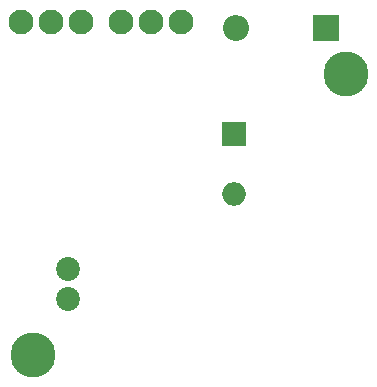
<source format=gbr>
%TF.GenerationSoftware,KiCad,Pcbnew,7.0.10*%
%TF.CreationDate,2024-02-10T17:51:15-05:00*%
%TF.ProjectId,led_controller_i2c,6c65645f-636f-46e7-9472-6f6c6c65725f,rev?*%
%TF.SameCoordinates,Original*%
%TF.FileFunction,Soldermask,Bot*%
%TF.FilePolarity,Negative*%
%FSLAX46Y46*%
G04 Gerber Fmt 4.6, Leading zero omitted, Abs format (unit mm)*
G04 Created by KiCad (PCBNEW 7.0.10) date 2024-02-10 17:51:15*
%MOMM*%
%LPD*%
G01*
G04 APERTURE LIST*
%ADD10C,3.800000*%
%ADD11C,2.020000*%
%ADD12R,2.200000X2.200000*%
%ADD13O,2.200000X2.200000*%
%ADD14C,2.100000*%
%ADD15R,2.000000X2.000000*%
%ADD16O,2.000000X2.000000*%
G04 APERTURE END LIST*
D10*
%TO.C,H2*%
X15500000Y-42500000D03*
%TD*%
%TO.C,H1*%
X42000000Y-18650000D03*
%TD*%
D11*
%TO.C,J3*%
X18505000Y-37765000D03*
X18505000Y-35225000D03*
%TD*%
D12*
%TO.C,D4*%
X40310000Y-14765000D03*
D13*
X32690000Y-14765000D03*
%TD*%
D14*
%TO.C,J2*%
X28045000Y-14265000D03*
X25505000Y-14265000D03*
X22965000Y-14265000D03*
%TD*%
%TO.C,J1*%
X19605000Y-14265000D03*
X17065000Y-14265000D03*
X14525000Y-14265000D03*
%TD*%
D15*
%TO.C,D1*%
X32505000Y-23725000D03*
D16*
X32505000Y-28805000D03*
%TD*%
M02*

</source>
